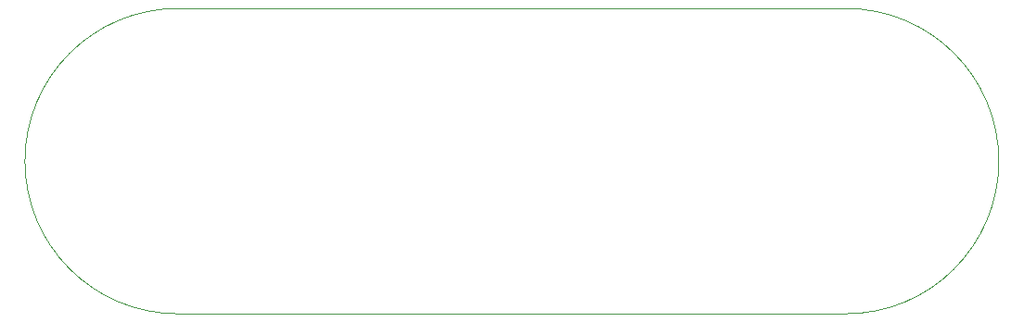
<source format=gm1>
G04 #@! TF.FileFunction,Profile,NP*
%FSLAX46Y46*%
G04 Gerber Fmt 4.6, Leading zero omitted, Abs format (unit mm)*
G04 Created by KiCad (PCBNEW 4.0.7) date 02/28/18 07:49:30*
%MOMM*%
%LPD*%
G01*
G04 APERTURE LIST*
%ADD10C,0.100000*%
G04 APERTURE END LIST*
D10*
X233680000Y-68580000D02*
X172720000Y-68580000D01*
X172720000Y-96520000D02*
X233680000Y-96520000D01*
X233680000Y-96520000D02*
G75*
G03X247650000Y-82550000I0J13970000D01*
G01*
X247650000Y-82550000D02*
G75*
G03X233680000Y-68580000I-13970000J0D01*
G01*
X172720000Y-68580000D02*
G75*
G03X158750000Y-82550000I0J-13970000D01*
G01*
X158750000Y-82550000D02*
G75*
G03X172720000Y-96520000I13970000J0D01*
G01*
M02*

</source>
